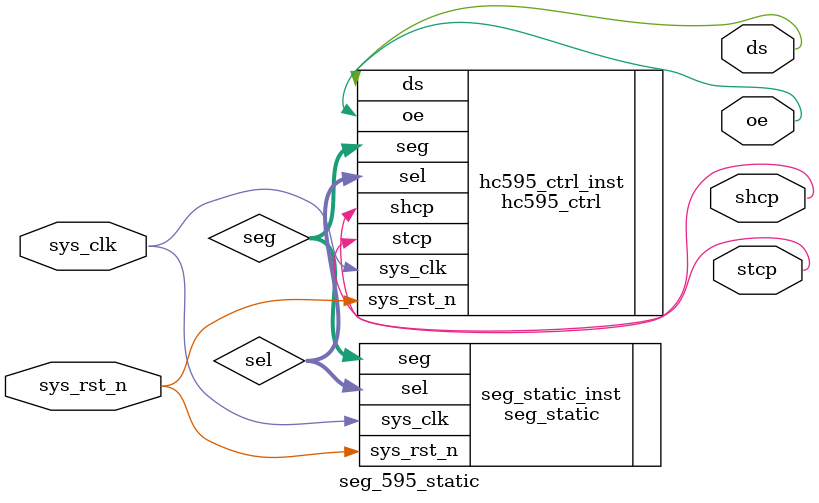
<source format=v>
module  seg_595_static
(
    input   wire        sys_clk     ,
    input   wire        sys_rst_n   ,

    output  wire        ds          ,
    output  wire        shcp        ,
    output  wire        stcp        ,
    output  wire        oe
);

wire    [5:0]   sel ;
wire    [7:0]   seg ;


seg_static
#(
    .CNT_MAX    (25'd24_999_999)
)
seg_static_inst
(
    .sys_clk    (sys_clk),
    .sys_rst_n  (sys_rst_n),

    .sel        (sel),
    .seg        (seg)
);

hc595_ctrl  hc595_ctrl_inst
(
    .sys_clk     (sys_clk),
    .sys_rst_n   (sys_rst_n),
    .sel         (sel),
    .seg         (seg),

    .ds          (ds  ),
    .shcp        (shcp),
    .stcp        (stcp),
    .oe          (oe)
);

endmodule
</source>
